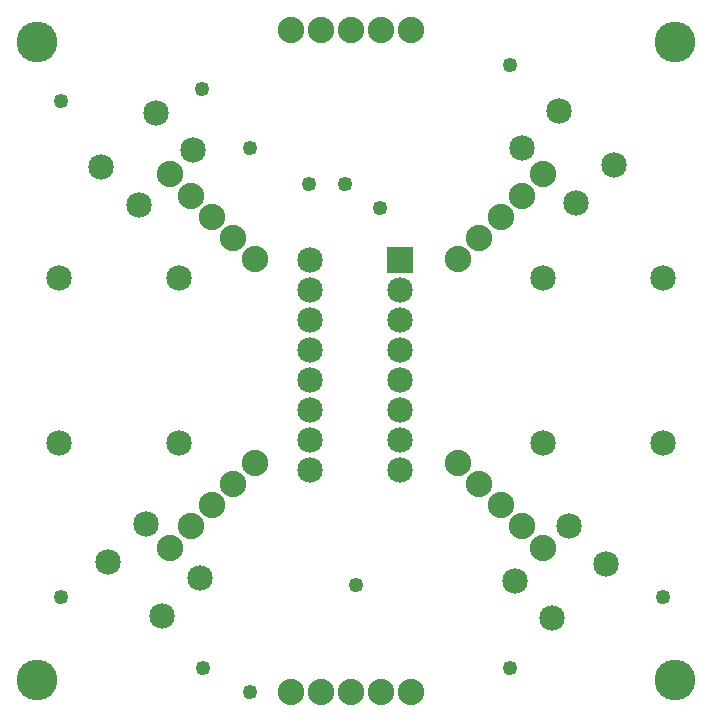
<source format=gbs>
G04 MADE WITH FRITZING*
G04 WWW.FRITZING.ORG*
G04 DOUBLE SIDED*
G04 HOLES PLATED*
G04 CONTOUR ON CENTER OF CONTOUR VECTOR*
%ASAXBY*%
%FSLAX23Y23*%
%MOIN*%
%OFA0B0*%
%SFA1.0B1.0*%
%ADD10C,0.085000*%
%ADD11C,0.088000*%
%ADD12C,0.135984*%
%ADD13C,0.049370*%
%ADD14R,0.085000X0.085000*%
%LNMASK0*%
G90*
G70*
G54D10*
X1327Y1517D03*
X1027Y1517D03*
X1327Y1417D03*
X1027Y1417D03*
X1327Y1317D03*
X1027Y1317D03*
X1327Y1217D03*
X1027Y1217D03*
X1327Y1117D03*
X1027Y1117D03*
X1327Y1017D03*
X1027Y1017D03*
X1327Y917D03*
X1027Y917D03*
X1327Y817D03*
X1027Y817D03*
X1327Y1517D03*
X1027Y1517D03*
X1327Y1417D03*
X1027Y1417D03*
X1327Y1317D03*
X1027Y1317D03*
X1327Y1217D03*
X1027Y1217D03*
X1327Y1117D03*
X1027Y1117D03*
X1327Y1017D03*
X1027Y1017D03*
X1327Y917D03*
X1027Y917D03*
X1327Y817D03*
X1027Y817D03*
X1912Y1707D03*
X1731Y1888D03*
X2038Y1832D03*
X1857Y2013D03*
X1708Y447D03*
X1889Y628D03*
X1833Y322D03*
X2014Y503D03*
X534Y329D03*
X353Y510D03*
X660Y454D03*
X479Y635D03*
X330Y1825D03*
X511Y2006D03*
X455Y1700D03*
X636Y1881D03*
G54D11*
X962Y2282D03*
X1062Y2282D03*
X1162Y2282D03*
X1262Y2282D03*
X1362Y2282D03*
X962Y2282D03*
X1062Y2282D03*
X1162Y2282D03*
X1262Y2282D03*
X1362Y2282D03*
X962Y77D03*
X1062Y77D03*
X1162Y77D03*
X1262Y77D03*
X1362Y77D03*
X962Y77D03*
X1062Y77D03*
X1162Y77D03*
X1262Y77D03*
X1362Y77D03*
X1802Y557D03*
X1731Y628D03*
X1661Y699D03*
X1590Y769D03*
X1519Y840D03*
X1802Y557D03*
X1731Y628D03*
X1661Y699D03*
X1590Y769D03*
X1519Y840D03*
X1802Y1801D03*
X1731Y1730D03*
X1661Y1660D03*
X1590Y1589D03*
X1519Y1518D03*
X1802Y1801D03*
X1731Y1730D03*
X1661Y1660D03*
X1590Y1589D03*
X1519Y1518D03*
X558Y1801D03*
X629Y1730D03*
X700Y1660D03*
X770Y1589D03*
X841Y1518D03*
X558Y1801D03*
X629Y1730D03*
X700Y1660D03*
X770Y1589D03*
X841Y1518D03*
X558Y557D03*
X629Y628D03*
X700Y699D03*
X770Y769D03*
X841Y840D03*
X558Y557D03*
X629Y628D03*
X700Y699D03*
X770Y769D03*
X841Y840D03*
G54D10*
X2204Y1455D03*
X1804Y1455D03*
X190Y904D03*
X590Y904D03*
X190Y1455D03*
X590Y1455D03*
X2204Y904D03*
X1804Y904D03*
G54D12*
X2243Y116D03*
X2243Y2242D03*
X117Y2242D03*
X117Y116D03*
G54D13*
X1141Y1769D03*
X1024Y1769D03*
X668Y156D03*
X667Y2084D03*
X825Y1889D03*
X2204Y393D03*
X1691Y155D03*
X195Y393D03*
X197Y2045D03*
X1693Y2165D03*
X825Y77D03*
X1180Y431D03*
X1259Y1690D03*
G54D14*
X1327Y1517D03*
X1327Y1517D03*
G04 End of Mask0*
M02*
</source>
